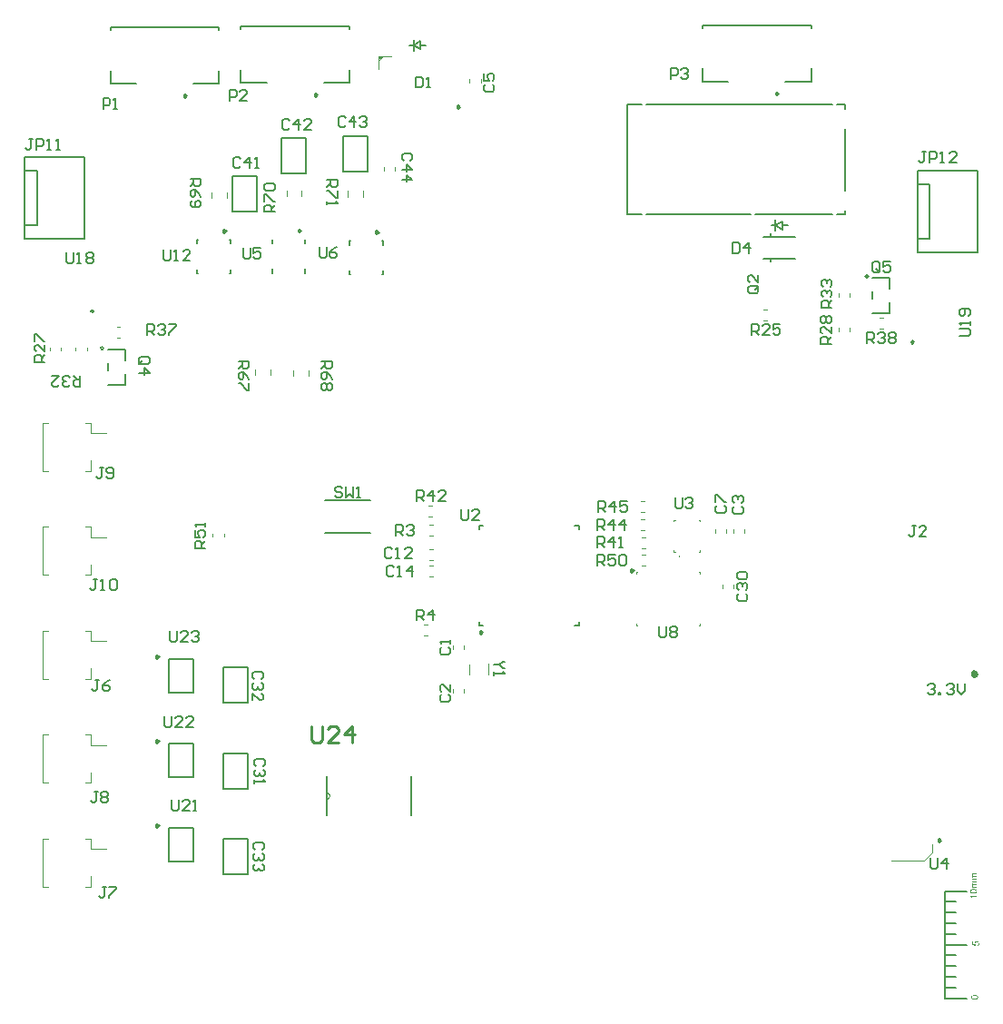
<source format=gto>
G04*
G04 #@! TF.GenerationSoftware,Altium Limited,Altium Designer,22.6.1 (34)*
G04*
G04 Layer_Color=65535*
%FSLAX25Y25*%
%MOIN*%
G70*
G04*
G04 #@! TF.SameCoordinates,44BA9B1E-1016-45A4-B772-E771DC22F3FE*
G04*
G04*
G04 #@! TF.FilePolarity,Positive*
G04*
G01*
G75*
%ADD10C,0.00984*%
%ADD11C,0.00000*%
%ADD12C,0.01968*%
%ADD13C,0.00394*%
%ADD14C,0.01000*%
%ADD15C,0.00800*%
%ADD16C,0.00600*%
%ADD17C,0.00787*%
%ADD18C,0.00472*%
%ADD19C,0.00500*%
%ADD20C,0.00591*%
%ADD21C,0.00602*%
%ADD22R,0.00787X0.01575*%
G36*
X1009751Y64105D02*
X1008605D01*
X1008601D01*
X1008597D01*
X1008575D01*
X1008543D01*
X1008503Y64102D01*
X1008459Y64098D01*
X1008415Y64094D01*
X1008372Y64087D01*
X1008339Y64076D01*
X1008335D01*
X1008324Y64069D01*
X1008310Y64062D01*
X1008292Y64051D01*
X1008270Y64036D01*
X1008248Y64018D01*
X1008226Y63996D01*
X1008204Y63967D01*
X1008200Y63963D01*
X1008197Y63952D01*
X1008190Y63938D01*
X1008179Y63912D01*
X1008168Y63887D01*
X1008160Y63854D01*
X1008157Y63821D01*
X1008153Y63781D01*
Y63763D01*
X1008157Y63749D01*
X1008160Y63712D01*
X1008168Y63669D01*
X1008186Y63618D01*
X1008208Y63563D01*
X1008241Y63508D01*
X1008284Y63457D01*
X1008292Y63454D01*
X1008310Y63439D01*
X1008339Y63417D01*
X1008383Y63396D01*
X1008441Y63370D01*
X1008510Y63352D01*
X1008594Y63337D01*
X1008692Y63330D01*
X1009751D01*
Y63021D01*
X1008568D01*
X1008564D01*
X1008557D01*
X1008550D01*
X1008535D01*
X1008495Y63017D01*
X1008452Y63010D01*
X1008401Y63002D01*
X1008350Y62988D01*
X1008302Y62970D01*
X1008259Y62944D01*
X1008255Y62941D01*
X1008241Y62930D01*
X1008226Y62911D01*
X1008204Y62886D01*
X1008186Y62853D01*
X1008168Y62809D01*
X1008157Y62758D01*
X1008153Y62697D01*
Y62675D01*
X1008157Y62649D01*
X1008160Y62620D01*
X1008171Y62584D01*
X1008182Y62540D01*
X1008200Y62500D01*
X1008222Y62456D01*
X1008226Y62453D01*
X1008237Y62438D01*
X1008251Y62420D01*
X1008273Y62394D01*
X1008302Y62369D01*
X1008339Y62344D01*
X1008379Y62318D01*
X1008426Y62296D01*
X1008433Y62293D01*
X1008452Y62289D01*
X1008481Y62282D01*
X1008521Y62271D01*
X1008575Y62260D01*
X1008641Y62253D01*
X1008717Y62249D01*
X1008805Y62245D01*
X1009751D01*
Y61936D01*
X1007924D01*
Y62213D01*
X1008186D01*
X1008179Y62216D01*
X1008164Y62227D01*
X1008139Y62249D01*
X1008109Y62274D01*
X1008073Y62307D01*
X1008037Y62347D01*
X1008000Y62391D01*
X1007967Y62442D01*
X1007964Y62449D01*
X1007953Y62467D01*
X1007942Y62496D01*
X1007924Y62537D01*
X1007909Y62584D01*
X1007898Y62638D01*
X1007887Y62700D01*
X1007884Y62766D01*
Y62799D01*
X1007887Y62839D01*
X1007895Y62882D01*
X1007906Y62937D01*
X1007920Y62991D01*
X1007942Y63046D01*
X1007971Y63097D01*
X1007975Y63104D01*
X1007986Y63119D01*
X1008004Y63141D01*
X1008033Y63170D01*
X1008066Y63199D01*
X1008106Y63232D01*
X1008153Y63261D01*
X1008208Y63283D01*
X1008204Y63286D01*
X1008193Y63294D01*
X1008179Y63305D01*
X1008157Y63323D01*
X1008131Y63345D01*
X1008106Y63370D01*
X1008077Y63399D01*
X1008044Y63436D01*
X1008015Y63476D01*
X1007986Y63516D01*
X1007960Y63563D01*
X1007935Y63614D01*
X1007913Y63669D01*
X1007898Y63727D01*
X1007887Y63785D01*
X1007884Y63850D01*
Y63876D01*
X1007887Y63894D01*
Y63920D01*
X1007891Y63945D01*
X1007902Y64007D01*
X1007920Y64073D01*
X1007949Y64142D01*
X1007986Y64211D01*
X1008037Y64269D01*
X1008044Y64276D01*
X1008066Y64291D01*
X1008099Y64316D01*
X1008124Y64327D01*
X1008150Y64342D01*
X1008182Y64356D01*
X1008215Y64367D01*
X1008251Y64382D01*
X1008295Y64393D01*
X1008339Y64400D01*
X1008390Y64407D01*
X1008441Y64415D01*
X1008499D01*
X1009751D01*
Y64105D01*
D02*
G37*
G36*
Y61172D02*
X1008605D01*
X1008601D01*
X1008597D01*
X1008575D01*
X1008543D01*
X1008503Y61168D01*
X1008459Y61164D01*
X1008415Y61161D01*
X1008372Y61153D01*
X1008339Y61142D01*
X1008335D01*
X1008324Y61135D01*
X1008310Y61128D01*
X1008292Y61117D01*
X1008270Y61102D01*
X1008248Y61084D01*
X1008226Y61062D01*
X1008204Y61033D01*
X1008200Y61029D01*
X1008197Y61019D01*
X1008190Y61004D01*
X1008179Y60979D01*
X1008168Y60953D01*
X1008160Y60920D01*
X1008157Y60888D01*
X1008153Y60848D01*
Y60829D01*
X1008157Y60815D01*
X1008160Y60778D01*
X1008168Y60735D01*
X1008186Y60684D01*
X1008208Y60629D01*
X1008241Y60575D01*
X1008284Y60524D01*
X1008292Y60520D01*
X1008310Y60505D01*
X1008339Y60483D01*
X1008383Y60462D01*
X1008441Y60436D01*
X1008510Y60418D01*
X1008594Y60403D01*
X1008692Y60396D01*
X1009751D01*
Y60087D01*
X1008568D01*
X1008564D01*
X1008557D01*
X1008550D01*
X1008535D01*
X1008495Y60083D01*
X1008452Y60076D01*
X1008401Y60069D01*
X1008350Y60054D01*
X1008302Y60036D01*
X1008259Y60010D01*
X1008255Y60007D01*
X1008241Y59996D01*
X1008226Y59978D01*
X1008204Y59952D01*
X1008186Y59919D01*
X1008168Y59876D01*
X1008157Y59825D01*
X1008153Y59763D01*
Y59741D01*
X1008157Y59715D01*
X1008160Y59686D01*
X1008171Y59650D01*
X1008182Y59606D01*
X1008200Y59566D01*
X1008222Y59523D01*
X1008226Y59519D01*
X1008237Y59504D01*
X1008251Y59486D01*
X1008273Y59461D01*
X1008302Y59435D01*
X1008339Y59410D01*
X1008379Y59384D01*
X1008426Y59362D01*
X1008433Y59359D01*
X1008452Y59355D01*
X1008481Y59348D01*
X1008521Y59337D01*
X1008575Y59326D01*
X1008641Y59319D01*
X1008717Y59315D01*
X1008805Y59311D01*
X1009751D01*
Y59002D01*
X1007924D01*
Y59279D01*
X1008186D01*
X1008179Y59282D01*
X1008164Y59293D01*
X1008139Y59315D01*
X1008109Y59341D01*
X1008073Y59373D01*
X1008037Y59413D01*
X1008000Y59457D01*
X1007967Y59508D01*
X1007964Y59515D01*
X1007953Y59534D01*
X1007942Y59563D01*
X1007924Y59603D01*
X1007909Y59650D01*
X1007898Y59705D01*
X1007887Y59766D01*
X1007884Y59832D01*
Y59865D01*
X1007887Y59905D01*
X1007895Y59948D01*
X1007906Y60003D01*
X1007920Y60058D01*
X1007942Y60112D01*
X1007971Y60163D01*
X1007975Y60171D01*
X1007986Y60185D01*
X1008004Y60207D01*
X1008033Y60236D01*
X1008066Y60265D01*
X1008106Y60298D01*
X1008153Y60327D01*
X1008208Y60349D01*
X1008204Y60352D01*
X1008193Y60360D01*
X1008179Y60371D01*
X1008157Y60389D01*
X1008131Y60411D01*
X1008106Y60436D01*
X1008077Y60465D01*
X1008044Y60502D01*
X1008015Y60542D01*
X1007986Y60582D01*
X1007960Y60629D01*
X1007935Y60680D01*
X1007913Y60735D01*
X1007898Y60793D01*
X1007887Y60851D01*
X1007884Y60917D01*
Y60942D01*
X1007887Y60960D01*
Y60986D01*
X1007891Y61011D01*
X1007902Y61073D01*
X1007920Y61139D01*
X1007949Y61208D01*
X1007986Y61277D01*
X1008037Y61335D01*
X1008044Y61343D01*
X1008066Y61357D01*
X1008099Y61383D01*
X1008124Y61393D01*
X1008150Y61408D01*
X1008182Y61423D01*
X1008215Y61434D01*
X1008251Y61448D01*
X1008295Y61459D01*
X1008339Y61466D01*
X1008390Y61474D01*
X1008441Y61481D01*
X1008499D01*
X1009751D01*
Y61172D01*
D02*
G37*
G36*
X1008623Y58602D02*
X1008666D01*
X1008714Y58598D01*
X1008765Y58594D01*
X1008881Y58583D01*
X1009001Y58565D01*
X1009118Y58543D01*
X1009172Y58529D01*
X1009227Y58511D01*
X1009231D01*
X1009238Y58507D01*
X1009252Y58500D01*
X1009271Y58492D01*
X1009296Y58485D01*
X1009322Y58471D01*
X1009383Y58442D01*
X1009449Y58405D01*
X1009522Y58358D01*
X1009587Y58303D01*
X1009649Y58238D01*
Y58234D01*
X1009657Y58230D01*
X1009664Y58219D01*
X1009671Y58205D01*
X1009682Y58187D01*
X1009696Y58169D01*
X1009722Y58114D01*
X1009748Y58048D01*
X1009773Y57972D01*
X1009787Y57881D01*
X1009795Y57783D01*
Y57746D01*
X1009791Y57721D01*
X1009787Y57692D01*
X1009780Y57655D01*
X1009773Y57615D01*
X1009762Y57572D01*
X1009748Y57528D01*
X1009733Y57481D01*
X1009711Y57433D01*
X1009686Y57386D01*
X1009657Y57339D01*
X1009620Y57291D01*
X1009580Y57248D01*
X1009536Y57208D01*
X1009533Y57204D01*
X1009522Y57197D01*
X1009504Y57186D01*
X1009474Y57168D01*
X1009442Y57149D01*
X1009398Y57131D01*
X1009347Y57106D01*
X1009289Y57084D01*
X1009223Y57062D01*
X1009147Y57040D01*
X1009063Y57018D01*
X1008969Y57000D01*
X1008867Y56982D01*
X1008757Y56971D01*
X1008637Y56964D01*
X1008510Y56960D01*
X1008506D01*
X1008492D01*
X1008466D01*
X1008437D01*
X1008397Y56964D01*
X1008353D01*
X1008306Y56967D01*
X1008251Y56971D01*
X1008139Y56982D01*
X1008018Y57000D01*
X1007898Y57022D01*
X1007844Y57036D01*
X1007789Y57051D01*
X1007786D01*
X1007778Y57055D01*
X1007764Y57062D01*
X1007745Y57069D01*
X1007720Y57077D01*
X1007695Y57091D01*
X1007633Y57120D01*
X1007567Y57157D01*
X1007498Y57204D01*
X1007429Y57258D01*
X1007371Y57324D01*
Y57328D01*
X1007363Y57331D01*
X1007356Y57342D01*
X1007349Y57357D01*
X1007334Y57375D01*
X1007323Y57397D01*
X1007294Y57451D01*
X1007269Y57517D01*
X1007243Y57593D01*
X1007229Y57684D01*
X1007221Y57783D01*
Y57815D01*
X1007225Y57855D01*
X1007232Y57903D01*
X1007243Y57957D01*
X1007258Y58016D01*
X1007276Y58078D01*
X1007305Y58136D01*
Y58139D01*
X1007309Y58143D01*
X1007320Y58161D01*
X1007338Y58190D01*
X1007363Y58227D01*
X1007400Y58267D01*
X1007440Y58310D01*
X1007487Y58350D01*
X1007542Y58390D01*
X1007549Y58394D01*
X1007567Y58409D01*
X1007600Y58423D01*
X1007647Y58449D01*
X1007702Y58471D01*
X1007764Y58500D01*
X1007837Y58525D01*
X1007917Y58547D01*
X1007920D01*
X1007928Y58551D01*
X1007938Y58554D01*
X1007957Y58558D01*
X1007978Y58562D01*
X1008004Y58565D01*
X1008037Y58573D01*
X1008073Y58576D01*
X1008113Y58583D01*
X1008157Y58587D01*
X1008208Y58591D01*
X1008259Y58598D01*
X1008317Y58602D01*
X1008375D01*
X1008441Y58605D01*
X1008510D01*
X1008514D01*
X1008528D01*
X1008554D01*
X1008583D01*
X1008623Y58602D01*
D02*
G37*
G36*
X1009751Y55857D02*
X1007782D01*
X1007786Y55853D01*
X1007800Y55835D01*
X1007822Y55813D01*
X1007847Y55777D01*
X1007880Y55737D01*
X1007917Y55686D01*
X1007957Y55628D01*
X1007997Y55562D01*
Y55559D01*
X1008000Y55555D01*
X1008015Y55533D01*
X1008033Y55497D01*
X1008055Y55453D01*
X1008080Y55402D01*
X1008106Y55348D01*
X1008131Y55293D01*
X1008153Y55238D01*
X1007855D01*
Y55242D01*
X1007847Y55249D01*
X1007844Y55264D01*
X1007833Y55282D01*
X1007822Y55304D01*
X1007807Y55329D01*
X1007771Y55391D01*
X1007731Y55464D01*
X1007680Y55537D01*
X1007622Y55613D01*
X1007560Y55690D01*
X1007556Y55693D01*
X1007553Y55697D01*
X1007542Y55708D01*
X1007531Y55722D01*
X1007494Y55755D01*
X1007451Y55799D01*
X1007400Y55843D01*
X1007341Y55890D01*
X1007283Y55930D01*
X1007221Y55966D01*
Y56166D01*
X1009751D01*
Y55857D01*
D02*
G37*
G36*
X1009013Y19667D02*
X1009056D01*
X1009104Y19663D01*
X1009155Y19659D01*
X1009271Y19648D01*
X1009391Y19630D01*
X1009508Y19608D01*
X1009562Y19594D01*
X1009617Y19576D01*
X1009621D01*
X1009628Y19572D01*
X1009642Y19565D01*
X1009661Y19557D01*
X1009686Y19550D01*
X1009712Y19536D01*
X1009774Y19507D01*
X1009839Y19470D01*
X1009912Y19423D01*
X1009977Y19368D01*
X1010039Y19303D01*
Y19299D01*
X1010046Y19295D01*
X1010054Y19284D01*
X1010061Y19270D01*
X1010072Y19252D01*
X1010087Y19233D01*
X1010112Y19179D01*
X1010137Y19113D01*
X1010163Y19037D01*
X1010178Y18946D01*
X1010185Y18848D01*
Y18811D01*
X1010181Y18786D01*
X1010178Y18757D01*
X1010170Y18720D01*
X1010163Y18680D01*
X1010152Y18636D01*
X1010137Y18593D01*
X1010123Y18545D01*
X1010101Y18498D01*
X1010076Y18451D01*
X1010046Y18404D01*
X1010010Y18356D01*
X1009970Y18313D01*
X1009926Y18272D01*
X1009923Y18269D01*
X1009912Y18262D01*
X1009894Y18251D01*
X1009865Y18233D01*
X1009832Y18214D01*
X1009788Y18196D01*
X1009737Y18171D01*
X1009679Y18149D01*
X1009613Y18127D01*
X1009537Y18105D01*
X1009453Y18083D01*
X1009359Y18065D01*
X1009257Y18047D01*
X1009147Y18036D01*
X1009027Y18029D01*
X1008900Y18025D01*
X1008896D01*
X1008882D01*
X1008856D01*
X1008827D01*
X1008787Y18029D01*
X1008743D01*
X1008696Y18032D01*
X1008641Y18036D01*
X1008529Y18047D01*
X1008409Y18065D01*
X1008288Y18087D01*
X1008234Y18101D01*
X1008179Y18116D01*
X1008175D01*
X1008168Y18120D01*
X1008154Y18127D01*
X1008136Y18134D01*
X1008110Y18142D01*
X1008084Y18156D01*
X1008023Y18185D01*
X1007957Y18222D01*
X1007888Y18269D01*
X1007819Y18324D01*
X1007761Y18389D01*
Y18393D01*
X1007753Y18396D01*
X1007746Y18407D01*
X1007739Y18422D01*
X1007724Y18440D01*
X1007713Y18462D01*
X1007684Y18516D01*
X1007659Y18582D01*
X1007633Y18658D01*
X1007619Y18749D01*
X1007611Y18848D01*
Y18880D01*
X1007615Y18920D01*
X1007622Y18968D01*
X1007633Y19022D01*
X1007648Y19081D01*
X1007666Y19142D01*
X1007695Y19201D01*
Y19204D01*
X1007699Y19208D01*
X1007710Y19226D01*
X1007728Y19255D01*
X1007753Y19292D01*
X1007790Y19332D01*
X1007830Y19375D01*
X1007877Y19415D01*
X1007932Y19455D01*
X1007939Y19459D01*
X1007957Y19474D01*
X1007990Y19488D01*
X1008037Y19514D01*
X1008092Y19536D01*
X1008154Y19565D01*
X1008226Y19590D01*
X1008307Y19612D01*
X1008310D01*
X1008317Y19616D01*
X1008328Y19619D01*
X1008347Y19623D01*
X1008368Y19627D01*
X1008394Y19630D01*
X1008427Y19637D01*
X1008463Y19641D01*
X1008503Y19648D01*
X1008547Y19652D01*
X1008598Y19656D01*
X1008649Y19663D01*
X1008707Y19667D01*
X1008765D01*
X1008831Y19670D01*
X1008900D01*
X1008904D01*
X1008918D01*
X1008944D01*
X1008973D01*
X1009013Y19667D01*
D02*
G37*
G36*
X1009737Y39427D02*
X1009766Y39423D01*
X1009799Y39419D01*
X1009839Y39412D01*
X1009879Y39405D01*
X1009973Y39383D01*
X1010072Y39347D01*
X1010122Y39325D01*
X1010170Y39296D01*
X1010221Y39266D01*
X1010268Y39230D01*
X1010272Y39226D01*
X1010283Y39219D01*
X1010297Y39205D01*
X1010315Y39186D01*
X1010337Y39161D01*
X1010366Y39132D01*
X1010392Y39096D01*
X1010421Y39055D01*
X1010450Y39012D01*
X1010476Y38961D01*
X1010501Y38906D01*
X1010527Y38848D01*
X1010545Y38786D01*
X1010559Y38717D01*
X1010570Y38644D01*
X1010574Y38568D01*
Y38535D01*
X1010570Y38509D01*
X1010567Y38480D01*
X1010563Y38447D01*
X1010559Y38407D01*
X1010548Y38368D01*
X1010527Y38276D01*
X1010494Y38186D01*
X1010472Y38138D01*
X1010446Y38091D01*
X1010417Y38047D01*
X1010385Y38004D01*
X1010381Y38000D01*
X1010377Y37993D01*
X1010363Y37985D01*
X1010348Y37971D01*
X1010330Y37953D01*
X1010308Y37934D01*
X1010279Y37912D01*
X1010246Y37894D01*
X1010213Y37872D01*
X1010174Y37851D01*
X1010086Y37811D01*
X1009984Y37778D01*
X1009930Y37767D01*
X1009871Y37760D01*
X1009846Y38083D01*
X1009849D01*
X1009857D01*
X1009868Y38087D01*
X1009886Y38091D01*
X1009926Y38102D01*
X1009981Y38116D01*
X1010035Y38138D01*
X1010097Y38167D01*
X1010152Y38204D01*
X1010203Y38247D01*
X1010206Y38255D01*
X1010221Y38269D01*
X1010239Y38298D01*
X1010261Y38338D01*
X1010283Y38382D01*
X1010301Y38437D01*
X1010315Y38498D01*
X1010319Y38568D01*
Y38590D01*
X1010315Y38604D01*
X1010312Y38648D01*
X1010297Y38699D01*
X1010279Y38761D01*
X1010250Y38822D01*
X1010206Y38888D01*
X1010181Y38917D01*
X1010152Y38946D01*
X1010148Y38950D01*
X1010144Y38954D01*
X1010133Y38961D01*
X1010122Y38972D01*
X1010083Y38997D01*
X1010032Y39026D01*
X1009970Y39052D01*
X1009893Y39077D01*
X1009802Y39096D01*
X1009755Y39103D01*
X1009704D01*
X1009700D01*
X1009693D01*
X1009678D01*
X1009660Y39099D01*
X1009638D01*
X1009613Y39096D01*
X1009555Y39085D01*
X1009486Y39066D01*
X1009416Y39041D01*
X1009351Y39004D01*
X1009289Y38954D01*
X1009285D01*
X1009282Y38946D01*
X1009264Y38928D01*
X1009238Y38895D01*
X1009209Y38852D01*
X1009183Y38793D01*
X1009158Y38728D01*
X1009140Y38651D01*
X1009132Y38608D01*
Y38539D01*
X1009136Y38509D01*
X1009140Y38473D01*
X1009151Y38429D01*
X1009162Y38386D01*
X1009180Y38338D01*
X1009202Y38291D01*
X1009205Y38287D01*
X1009212Y38273D01*
X1009231Y38251D01*
X1009249Y38222D01*
X1009274Y38193D01*
X1009307Y38164D01*
X1009340Y38131D01*
X1009380Y38105D01*
X1009340Y37814D01*
X1008044Y38058D01*
Y39310D01*
X1008339D01*
Y38302D01*
X1009020Y38167D01*
X1009016Y38171D01*
X1009012Y38178D01*
X1009005Y38189D01*
X1008994Y38207D01*
X1008983Y38229D01*
X1008969Y38255D01*
X1008939Y38313D01*
X1008910Y38386D01*
X1008885Y38466D01*
X1008867Y38553D01*
X1008859Y38597D01*
Y38677D01*
X1008863Y38699D01*
X1008867Y38728D01*
X1008870Y38761D01*
X1008878Y38797D01*
X1008889Y38837D01*
X1008914Y38924D01*
X1008932Y38972D01*
X1008958Y39019D01*
X1008983Y39066D01*
X1009012Y39114D01*
X1009049Y39157D01*
X1009089Y39201D01*
X1009092Y39205D01*
X1009100Y39212D01*
X1009111Y39223D01*
X1009129Y39237D01*
X1009154Y39256D01*
X1009180Y39274D01*
X1009212Y39296D01*
X1009249Y39318D01*
X1009289Y39336D01*
X1009333Y39358D01*
X1009384Y39376D01*
X1009435Y39394D01*
X1009489Y39408D01*
X1009551Y39419D01*
X1009613Y39427D01*
X1009678Y39430D01*
X1009682D01*
X1009693D01*
X1009711D01*
X1009737Y39427D01*
D02*
G37*
%LPC*%
G36*
X1008623Y58289D02*
X1008510D01*
X1008506D01*
X1008503D01*
X1008484D01*
X1008452D01*
X1008408Y58285D01*
X1008361D01*
X1008302Y58281D01*
X1008241Y58278D01*
X1008171Y58270D01*
X1008033Y58252D01*
X1007964Y58241D01*
X1007898Y58227D01*
X1007837Y58212D01*
X1007778Y58190D01*
X1007727Y58169D01*
X1007684Y58143D01*
X1007680D01*
X1007676Y58136D01*
X1007665Y58128D01*
X1007651Y58118D01*
X1007618Y58085D01*
X1007578Y58045D01*
X1007542Y57990D01*
X1007509Y57928D01*
X1007494Y57895D01*
X1007483Y57859D01*
X1007480Y57819D01*
X1007476Y57779D01*
Y57757D01*
X1007480Y57743D01*
X1007487Y57703D01*
X1007498Y57655D01*
X1007520Y57601D01*
X1007553Y57542D01*
X1007574Y57513D01*
X1007596Y57484D01*
X1007625Y57459D01*
X1007658Y57433D01*
X1007662D01*
X1007669Y57426D01*
X1007684Y57419D01*
X1007702Y57408D01*
X1007731Y57397D01*
X1007764Y57382D01*
X1007804Y57371D01*
X1007851Y57357D01*
X1007906Y57342D01*
X1007967Y57328D01*
X1008037Y57313D01*
X1008113Y57302D01*
X1008200Y57291D01*
X1008295Y57284D01*
X1008397Y57280D01*
X1008510Y57277D01*
X1008517D01*
X1008535D01*
X1008568D01*
X1008612Y57280D01*
X1008659D01*
X1008717Y57284D01*
X1008779Y57288D01*
X1008845Y57295D01*
X1008987Y57313D01*
X1009056Y57324D01*
X1009121Y57339D01*
X1009183Y57353D01*
X1009241Y57375D01*
X1009293Y57397D01*
X1009336Y57422D01*
X1009340D01*
X1009343Y57430D01*
X1009369Y57448D01*
X1009402Y57481D01*
X1009438Y57521D01*
X1009474Y57575D01*
X1009507Y57637D01*
X1009533Y57706D01*
X1009536Y57743D01*
X1009540Y57783D01*
Y57805D01*
X1009536Y57819D01*
X1009529Y57855D01*
X1009515Y57906D01*
X1009489Y57961D01*
X1009453Y58023D01*
X1009431Y58052D01*
X1009402Y58081D01*
X1009373Y58110D01*
X1009336Y58139D01*
X1009332D01*
X1009325Y58147D01*
X1009314Y58154D01*
X1009296Y58161D01*
X1009271Y58176D01*
X1009238Y58187D01*
X1009202Y58201D01*
X1009158Y58216D01*
X1009103Y58227D01*
X1009045Y58241D01*
X1008976Y58256D01*
X1008903Y58267D01*
X1008816Y58274D01*
X1008725Y58281D01*
X1008623Y58289D01*
D02*
G37*
G36*
X1009013Y19354D02*
X1008900D01*
X1008896D01*
X1008893D01*
X1008874D01*
X1008842D01*
X1008798Y19350D01*
X1008751D01*
X1008692Y19346D01*
X1008630Y19343D01*
X1008561Y19335D01*
X1008423Y19317D01*
X1008354Y19306D01*
X1008288Y19292D01*
X1008226Y19277D01*
X1008168Y19255D01*
X1008117Y19233D01*
X1008074Y19208D01*
X1008070D01*
X1008066Y19201D01*
X1008055Y19193D01*
X1008041Y19183D01*
X1008008Y19150D01*
X1007968Y19110D01*
X1007932Y19055D01*
X1007899Y18993D01*
X1007884Y18960D01*
X1007873Y18924D01*
X1007870Y18884D01*
X1007866Y18844D01*
Y18822D01*
X1007870Y18808D01*
X1007877Y18767D01*
X1007888Y18720D01*
X1007910Y18666D01*
X1007943Y18607D01*
X1007964Y18578D01*
X1007986Y18549D01*
X1008015Y18524D01*
X1008048Y18498D01*
X1008052D01*
X1008059Y18491D01*
X1008074Y18484D01*
X1008092Y18473D01*
X1008121Y18462D01*
X1008154Y18447D01*
X1008194Y18436D01*
X1008241Y18422D01*
X1008296Y18407D01*
X1008358Y18393D01*
X1008427Y18378D01*
X1008503Y18367D01*
X1008591Y18356D01*
X1008685Y18349D01*
X1008787Y18345D01*
X1008900Y18342D01*
X1008907D01*
X1008925D01*
X1008958D01*
X1009002Y18345D01*
X1009049D01*
X1009107Y18349D01*
X1009169Y18353D01*
X1009235Y18360D01*
X1009377Y18378D01*
X1009446Y18389D01*
X1009511Y18404D01*
X1009573Y18418D01*
X1009632Y18440D01*
X1009682Y18462D01*
X1009726Y18487D01*
X1009730D01*
X1009733Y18495D01*
X1009759Y18513D01*
X1009792Y18545D01*
X1009828Y18586D01*
X1009865Y18640D01*
X1009897Y18702D01*
X1009923Y18771D01*
X1009926Y18808D01*
X1009930Y18848D01*
Y18869D01*
X1009926Y18884D01*
X1009919Y18920D01*
X1009904Y18971D01*
X1009879Y19026D01*
X1009843Y19088D01*
X1009821Y19117D01*
X1009792Y19146D01*
X1009763Y19175D01*
X1009726Y19204D01*
X1009723D01*
X1009715Y19212D01*
X1009704Y19219D01*
X1009686Y19226D01*
X1009661Y19241D01*
X1009628Y19252D01*
X1009591Y19266D01*
X1009548Y19281D01*
X1009493Y19292D01*
X1009435Y19306D01*
X1009366Y19321D01*
X1009293Y19332D01*
X1009206Y19339D01*
X1009115Y19346D01*
X1009013Y19354D01*
D02*
G37*
%LPD*%
D10*
X709232Y143988D02*
X708494Y144414D01*
Y143562D01*
X709232Y143988D01*
Y81988D02*
X708494Y82414D01*
Y81562D01*
X709232Y81988D01*
Y112988D02*
X708494Y113414D01*
Y112562D01*
X709232Y112988D01*
X996492Y76500D02*
X995754Y76926D01*
Y76074D01*
X996492Y76500D01*
X883562Y175594D02*
X882824Y176020D01*
Y175167D01*
X883562Y175594D01*
X827989Y152960D02*
X827251Y153386D01*
Y152534D01*
X827989Y152960D01*
X936756Y350684D02*
X936018Y351110D01*
Y350258D01*
X936756Y350684D01*
X789910Y299850D02*
X789171Y300277D01*
Y299424D01*
X789910Y299850D01*
X761410Y300350D02*
X760671Y300777D01*
Y299924D01*
X761410Y300350D01*
X733878Y300287D02*
X733140Y300714D01*
Y299861D01*
X733878Y300287D01*
X719374Y349975D02*
X718636Y350401D01*
Y349549D01*
X719374Y349975D01*
X767295Y350267D02*
X766557Y350693D01*
Y349840D01*
X767295Y350267D01*
D11*
X770900Y91800D02*
X771748Y92151D01*
X772100Y93000D01*
X771748Y93849D01*
X770900Y94200D01*
D12*
X1009500Y137500D02*
X1008750Y137933D01*
Y137067D01*
X1009500Y137500D01*
D13*
X900261Y181216D02*
Y180822D01*
Y181216D01*
X993500Y72000D02*
Y75000D01*
X990500Y69000D02*
X993500Y72000D01*
X978500Y69000D02*
X990500D01*
X898293Y193617D02*
Y194208D01*
X898883D01*
X898293Y182397D02*
X898883D01*
X898293D02*
Y182987D01*
X908135Y182397D02*
Y182987D01*
X907545Y182397D02*
X908135D01*
X907545Y194208D02*
X908135D01*
Y193617D02*
Y194208D01*
X884547Y155397D02*
X884550Y155987D01*
X884547Y155397D02*
X885137Y155393D01*
X907578Y155400D02*
X908169Y155397D01*
X908172Y155987D01*
X908165Y174491D02*
X908169Y175082D01*
X907578Y175085D02*
X908169Y175082D01*
X884547D02*
X885137Y175078D01*
X884543Y174491D02*
X884547Y175082D01*
D14*
X819714Y345826D02*
X818964Y346259D01*
Y345393D01*
X819714Y345826D01*
X765300Y118298D02*
Y113300D01*
X766300Y112300D01*
X768299D01*
X769299Y113300D01*
Y118298D01*
X775297Y112300D02*
X771298D01*
X775297Y116299D01*
Y117298D01*
X774297Y118298D01*
X772298D01*
X771298Y117298D01*
X780295Y112300D02*
Y118298D01*
X777296Y115299D01*
X781295D01*
D15*
X685465Y270900D02*
X684900Y271465D01*
X684335Y270900D01*
X684900Y270335D01*
X685465Y270900D01*
X986679Y259426D02*
X986114Y259991D01*
X985548Y259426D01*
X986114Y258861D01*
X986679Y259426D01*
X770446Y201331D02*
X786981D01*
X770446Y189321D02*
X786981D01*
D16*
X969298Y284123D02*
X968798Y283623D01*
X969298Y283123D01*
X969398D02*
X969848Y283673D01*
X969298Y284123D01*
X688590Y256785D02*
X689040Y257335D01*
X688490Y257785D01*
X687990Y257285D01*
X688490Y256785D01*
X802100Y85800D02*
Y100200D01*
X770900Y94200D02*
Y100200D01*
Y91800D02*
Y94200D01*
Y85800D02*
Y91800D01*
X971400Y275337D02*
Y277937D01*
Y270237D02*
X977800D01*
Y274237D01*
X971400Y283037D02*
X977800D01*
Y279037D02*
Y283037D01*
X961200Y306300D02*
Y307800D01*
X958300Y346700D02*
X961200D01*
X881500Y306300D02*
Y346700D01*
Y306300D02*
X886700D01*
X888300D02*
X926700D01*
X928300D02*
X956700D01*
X961200Y315200D02*
Y337800D01*
X958300Y306300D02*
X961200D01*
X888300Y346700D02*
X956700D01*
X961200Y345200D02*
Y346700D01*
X881500D02*
X886700D01*
X696992Y252698D02*
Y256698D01*
X690592D02*
X696992D01*
Y243898D02*
Y247898D01*
X690592Y243898D02*
X696992D01*
X690592Y248998D02*
Y251598D01*
D17*
X742000Y64000D02*
Y77000D01*
X733000Y64000D02*
X742000D01*
X738066Y77000D02*
X742000D01*
X733000D02*
X738066D01*
X733000Y64000D02*
Y77000D01*
X712972Y130898D02*
Y143102D01*
X722028Y130898D02*
Y143102D01*
X712972D02*
X722028D01*
X712972Y130898D02*
X722028D01*
X712972Y68898D02*
Y81102D01*
X722028Y68898D02*
Y81102D01*
X712972D02*
X722028D01*
X712972Y68898D02*
X722028D01*
X712972Y99898D02*
X722028D01*
X712972Y112102D02*
X722028D01*
Y99898D02*
Y112102D01*
X712972Y99898D02*
Y112102D01*
X733000Y95500D02*
Y108500D01*
X738066D01*
X742000D01*
X733000Y95500D02*
X742000D01*
Y108500D01*
X826907Y155519D02*
X828285D01*
X826907D02*
Y156897D01*
Y190755D02*
Y192133D01*
X828285D01*
X862143D02*
X863521D01*
Y190755D02*
Y192133D01*
X862143Y155519D02*
X863521D01*
Y156897D01*
X777000Y322000D02*
Y335000D01*
X786000D01*
X777000Y322000D02*
X780934D01*
X786000D01*
Y335000D01*
X908902Y374898D02*
Y375685D01*
X948862Y374898D02*
Y375685D01*
X908902Y355212D02*
Y359937D01*
X948862Y355212D02*
Y359937D01*
X939413Y355212D02*
X948862D01*
X908902D02*
X918351D01*
X908902Y375685D02*
X948862D01*
X791386Y296602D02*
X791602D01*
X779398D02*
X779614D01*
X779398Y284398D02*
Y285776D01*
Y295224D02*
Y296602D01*
X791386Y284398D02*
X791602D01*
X779398D02*
X779614D01*
X791602D02*
Y285776D01*
Y295224D02*
Y296602D01*
X733000Y127055D02*
Y140055D01*
X738066D01*
X742000D01*
X733000Y127055D02*
X742000D01*
Y140055D01*
X736500Y307500D02*
Y320500D01*
X741566D01*
X745500D01*
X736500Y307500D02*
X745500D01*
Y320500D01*
X754500Y321500D02*
Y334500D01*
X763500D01*
X754500Y321500D02*
X758434D01*
X763500D01*
Y334500D01*
X763102Y295724D02*
Y297102D01*
Y284898D02*
Y286276D01*
X750898Y284898D02*
X751114D01*
X762886D02*
X763102D01*
X750898Y295724D02*
Y297102D01*
Y284898D02*
Y286276D01*
Y297102D02*
X751114D01*
X762886D02*
X763102D01*
X735571Y295661D02*
Y297039D01*
Y284835D02*
Y286213D01*
X723366Y284835D02*
X723583D01*
X735354D02*
X735571D01*
X723366Y295661D02*
Y297039D01*
Y284835D02*
Y286213D01*
Y297039D02*
X723583D01*
X735354D02*
X735571D01*
X691520Y374976D02*
X731480D01*
X691520Y354504D02*
X700969D01*
X722031D02*
X731480D01*
Y359228D01*
X691520Y354504D02*
Y359228D01*
X731480Y374189D02*
Y374976D01*
X691520Y374189D02*
Y374976D01*
X739441Y375268D02*
X779402D01*
X739441Y354795D02*
X748890D01*
X769953D02*
X779402D01*
Y359520D01*
X739441Y354795D02*
Y359520D01*
X779402Y374480D02*
Y375268D01*
X739441Y374480D02*
Y375268D01*
D18*
X682461Y229799D02*
X684232D01*
Y226059D02*
Y229799D01*
Y226059D02*
X690098D01*
X682461Y212201D02*
X684232D01*
Y215941D01*
X666831Y229799D02*
X668602D01*
X666831Y212201D02*
Y229799D01*
Y212201D02*
X668602D01*
X830326Y137349D02*
Y141286D01*
X823326Y137286D02*
Y141223D01*
X790159Y359759D02*
Y364287D01*
X794686D01*
X790159Y362633D02*
X791812Y364287D01*
X790198Y363224D02*
X791261Y364287D01*
X790198Y363814D02*
X790670Y364287D01*
X963008Y263359D02*
Y264641D01*
X958992Y263359D02*
Y264641D01*
X917672Y189322D02*
Y190604D01*
X913656Y189322D02*
Y190604D01*
X791992Y322462D02*
Y323744D01*
X796008Y322462D02*
Y323744D01*
X778673Y312853D02*
Y314910D01*
X784264Y312853D02*
Y314910D01*
X666831Y174029D02*
X668602D01*
X666831D02*
Y191627D01*
X668602D01*
X684232Y174029D02*
Y177769D01*
X682461Y174029D02*
X684232D01*
Y187887D02*
X690098D01*
X684232D02*
Y191627D01*
X682461D02*
X684232D01*
X886359Y201008D02*
X887641D01*
X886359Y196992D02*
X887641D01*
X758673Y246972D02*
Y249028D01*
X764264Y246972D02*
Y249028D01*
X744673Y247471D02*
Y249529D01*
X750264Y247471D02*
Y249529D01*
X761795Y312916D02*
Y314973D01*
X756205Y312916D02*
Y314973D01*
X734295Y312472D02*
Y314528D01*
X728705Y312472D02*
Y314528D01*
X886573Y187810D02*
X887855D01*
X886573Y183794D02*
X887855D01*
X827508Y354737D02*
Y356019D01*
X823492Y354737D02*
Y356019D01*
X733181Y187941D02*
Y189223D01*
X729165Y187941D02*
Y189223D01*
X886573Y181310D02*
X887855D01*
X886573Y177294D02*
X887855D01*
X808334Y199497D02*
X809616D01*
X808334Y195481D02*
X809616D01*
X886459Y190294D02*
X887741D01*
X886459Y194310D02*
X887741D01*
X916206Y168972D02*
Y170254D01*
X920222Y168972D02*
Y170254D01*
X920316Y189338D02*
Y190620D01*
X924332Y189338D02*
Y190620D01*
X806573Y155834D02*
X807855D01*
X806573Y151818D02*
X807855D01*
X808573Y188318D02*
X809855D01*
X808573Y192334D02*
X809855D01*
X808573Y177334D02*
X809855D01*
X808573Y173318D02*
X809855D01*
X808573Y179318D02*
X809855D01*
X808573Y183334D02*
X809855D01*
X817318Y130645D02*
Y131927D01*
X821334Y130645D02*
Y131927D01*
Y146645D02*
Y147927D01*
X817318Y146645D02*
Y147927D01*
X931367Y271396D02*
X932649D01*
X931367Y267380D02*
X932649D01*
X693859Y265008D02*
X695141D01*
X693859Y260992D02*
X695141D01*
X974073Y264318D02*
X975355D01*
X974073Y268334D02*
X975355D01*
X959092Y275996D02*
Y277277D01*
X963108Y275996D02*
Y277277D01*
X682850Y256263D02*
Y257545D01*
X678834Y256263D02*
Y257545D01*
X669234Y256263D02*
Y257545D01*
X673250Y256263D02*
Y257545D01*
X682461Y153455D02*
X684232D01*
Y149715D02*
Y153455D01*
Y149715D02*
X690098D01*
X682461Y135857D02*
X684232D01*
Y139597D01*
X666831Y153455D02*
X668602D01*
X666831Y135857D02*
Y153455D01*
Y135857D02*
X668602D01*
X682461Y77111D02*
X684232D01*
Y73371D02*
Y77111D01*
Y73371D02*
X690098D01*
X682461Y59513D02*
X684232D01*
Y63253D01*
X666831Y77111D02*
X668602D01*
X666831Y59513D02*
Y77111D01*
Y59513D02*
X668602D01*
X682461Y115283D02*
X684232D01*
Y111543D02*
Y115283D01*
Y111543D02*
X690098D01*
X682461Y97685D02*
X684232D01*
Y101425D01*
X666831Y115283D02*
X668602D01*
X666831Y97685D02*
Y115283D01*
Y97685D02*
X668602D01*
D19*
X660030Y302370D02*
X664530D01*
Y322370D01*
X660030D02*
X664530D01*
X660030D02*
Y327370D01*
Y302370D02*
Y322370D01*
Y297370D02*
Y302370D01*
X682030Y297370D02*
Y327370D01*
X660030Y297370D02*
X682030D01*
X660030Y327370D02*
X682030D01*
X988000Y322500D02*
X1010000D01*
X988000Y292500D02*
X1010000D01*
Y322500D01*
X988000Y292500D02*
Y297500D01*
Y317500D01*
Y322500D01*
Y317500D02*
X992500D01*
Y297500D02*
Y317500D01*
X988000Y297500D02*
X992500D01*
X933951Y290161D02*
X943006D01*
X931195D02*
X933557D01*
X931195Y298035D02*
X933557D01*
X933951D01*
X943006D01*
X933557Y290161D02*
X933951D01*
D20*
X934274Y302331D02*
X935774D01*
X938274Y300831D02*
Y303831D01*
X935774Y302331D02*
X938274Y303831D01*
Y302331D02*
X940274D01*
X935774D02*
X938274Y300831D01*
X935774Y300331D02*
Y304331D01*
X801366Y368500D02*
X802866D01*
X805366Y367000D02*
Y370000D01*
X802866Y368500D02*
X805366Y370000D01*
Y368500D02*
X807366D01*
X802866D02*
X805366Y367000D01*
X802866Y366500D02*
Y370500D01*
X998000Y57870D02*
X1005870D01*
X998000Y18500D02*
Y57870D01*
Y18500D02*
X1005870D01*
X998000Y38190D02*
X1005870D01*
X998000Y22440D02*
X1001940D01*
X998000Y26370D02*
X1001940D01*
X998000Y30310D02*
X1001940D01*
X998000Y34250D02*
X1001940D01*
X998000Y42120D02*
X1001940D01*
X998000Y46060D02*
X1001940D01*
X998000Y50000D02*
X1001940D01*
X998000Y53930D02*
X1001940D01*
D21*
X991602Y133382D02*
X992258Y134038D01*
X993570D01*
X994226Y133382D01*
Y132726D01*
X993570Y132070D01*
X992914D01*
X993570D01*
X994226Y131414D01*
Y130758D01*
X993570Y130102D01*
X992258D01*
X991602Y130758D01*
X995538Y130102D02*
Y130758D01*
X996194D01*
Y130102D01*
X995538D01*
X998818Y133382D02*
X999474Y134038D01*
X1000786D01*
X1001442Y133382D01*
Y132726D01*
X1000786Y132070D01*
X1000130D01*
X1000786D01*
X1001442Y131414D01*
Y130758D01*
X1000786Y130102D01*
X999474D01*
X998818Y130758D01*
X1002754Y134038D02*
Y131414D01*
X1004066Y130102D01*
X1005377Y131414D01*
Y134038D01*
X747320Y73120D02*
X747978Y73773D01*
X747982Y75085D01*
X747329Y75743D01*
X744705Y75752D01*
X744047Y75098D01*
X744043Y73786D01*
X744696Y73128D01*
X747316Y71808D02*
X747970Y71150D01*
X747966Y69838D01*
X747308Y69184D01*
X746652Y69186D01*
X745998Y69844D01*
X746000Y70500D01*
X745998Y69844D01*
X745340Y69190D01*
X744684Y69192D01*
X744030Y69850D01*
X744034Y71162D01*
X744692Y71816D01*
X747304Y67872D02*
X747957Y67214D01*
X747953Y65902D01*
X747295Y65248D01*
X746639Y65250D01*
X745985Y65908D01*
X745988Y66564D01*
X745985Y65908D01*
X745327Y65254D01*
X744671Y65257D01*
X744018Y65914D01*
X744022Y67226D01*
X744680Y67880D01*
X768220Y294468D02*
Y291188D01*
X768876Y290532D01*
X770188D01*
X770844Y291188D01*
Y294468D01*
X774780D02*
X773468Y293812D01*
X772156Y292500D01*
Y291188D01*
X772812Y290532D01*
X774124D01*
X774780Y291188D01*
Y291844D01*
X774124Y292500D01*
X772156D01*
X740220Y293968D02*
Y290688D01*
X740876Y290032D01*
X742188D01*
X742844Y290688D01*
Y293968D01*
X746780D02*
X744156D01*
Y292000D01*
X745468Y292656D01*
X746124D01*
X746780Y292000D01*
Y290688D01*
X746124Y290032D01*
X744812D01*
X744156Y290688D01*
X991024Y329336D02*
X989712D01*
X990368D01*
Y326056D01*
X989712Y325400D01*
X989056D01*
X988400Y326056D01*
X992336Y325400D02*
Y329336D01*
X994304D01*
X994960Y328680D01*
Y327368D01*
X994304Y326712D01*
X992336D01*
X996272Y325400D02*
X997583D01*
X996927D01*
Y329336D01*
X996272Y328680D01*
X1002175Y325400D02*
X999551D01*
X1002175Y328024D01*
Y328680D01*
X1001519Y329336D01*
X1000207D01*
X999551Y328680D01*
X663024Y334136D02*
X661712D01*
X662368D01*
Y330856D01*
X661712Y330200D01*
X661056D01*
X660400Y330856D01*
X664336Y330200D02*
Y334136D01*
X666304D01*
X666960Y333480D01*
Y332168D01*
X666304Y331512D01*
X664336D01*
X668271Y330200D02*
X669583D01*
X668927D01*
Y334136D01*
X668271Y333480D01*
X671551Y330200D02*
X672863D01*
X672207D01*
Y334136D01*
X671551Y333480D01*
X987224Y192036D02*
X985912D01*
X986568D01*
Y188756D01*
X985912Y188100D01*
X985256D01*
X984600Y188756D01*
X991160Y188100D02*
X988536D01*
X991160Y190724D01*
Y191380D01*
X990504Y192036D01*
X989192D01*
X988536Y191380D01*
X897220Y356032D02*
Y359968D01*
X899188D01*
X899844Y359312D01*
Y358000D01*
X899188Y357344D01*
X897220D01*
X901156Y359312D02*
X901812Y359968D01*
X903124D01*
X903780Y359312D01*
Y358656D01*
X903124Y358000D01*
X902468D01*
X903124D01*
X903780Y357344D01*
Y356688D01*
X903124Y356032D01*
X901812D01*
X901156Y356688D01*
X735220Y348032D02*
Y351968D01*
X737188D01*
X737844Y351312D01*
Y350000D01*
X737188Y349344D01*
X735220D01*
X741780Y348032D02*
X739156D01*
X741780Y350656D01*
Y351312D01*
X741124Y351968D01*
X739812D01*
X739156Y351312D01*
X688876Y345032D02*
Y348968D01*
X690844D01*
X691500Y348312D01*
Y347000D01*
X690844Y346344D01*
X688876D01*
X692812Y345032D02*
X694124D01*
X693468D01*
Y348968D01*
X692812Y348312D01*
X686704Y172468D02*
X685392D01*
X686048D01*
Y169188D01*
X685392Y168532D01*
X684736D01*
X684080Y169188D01*
X688016Y168532D02*
X689328D01*
X688672D01*
Y172468D01*
X688016Y171812D01*
X691296D02*
X691952Y172468D01*
X693264D01*
X693920Y171812D01*
Y169188D01*
X693264Y168532D01*
X691952D01*
X691296Y169188D01*
Y171812D01*
X688844Y213468D02*
X687532D01*
X688188D01*
Y210188D01*
X687532Y209532D01*
X686876D01*
X686220Y210188D01*
X690156D02*
X690812Y209532D01*
X692124D01*
X692780Y210188D01*
Y212812D01*
X692124Y213468D01*
X690812D01*
X690156Y212812D01*
Y212156D01*
X690812Y211500D01*
X692780D01*
X686844Y94468D02*
X685532D01*
X686188D01*
Y91188D01*
X685532Y90532D01*
X684876D01*
X684220Y91188D01*
X688156Y93812D02*
X688812Y94468D01*
X690124D01*
X690780Y93812D01*
Y93156D01*
X690124Y92500D01*
X690780Y91844D01*
Y91188D01*
X690124Y90532D01*
X688812D01*
X688156Y91188D01*
Y91844D01*
X688812Y92500D01*
X688156Y93156D01*
Y93812D01*
X688812Y92500D02*
X690124D01*
X689844Y59468D02*
X688532D01*
X689188D01*
Y56188D01*
X688532Y55532D01*
X687876D01*
X687220Y56188D01*
X691156Y59468D02*
X693780D01*
Y58812D01*
X691156Y56188D01*
Y55532D01*
X687344Y135468D02*
X686032D01*
X686688D01*
Y132188D01*
X686032Y131532D01*
X685376D01*
X684720Y132188D01*
X691280Y135468D02*
X689968Y134812D01*
X688656Y133500D01*
Y132188D01*
X689312Y131532D01*
X690624D01*
X691280Y132188D01*
Y132844D01*
X690624Y133500D01*
X688656D01*
X992720Y69968D02*
Y66688D01*
X993376Y66032D01*
X994688D01*
X995344Y66688D01*
Y69968D01*
X998624Y66032D02*
Y69968D01*
X996656Y68000D01*
X999280D01*
X771032Y319092D02*
X774968D01*
Y317124D01*
X774312Y316468D01*
X773000D01*
X772344Y317124D01*
Y319092D01*
Y317780D02*
X771032Y316468D01*
X774968Y315156D02*
Y312532D01*
X774312D01*
X771688Y315156D01*
X771032D01*
Y311220D02*
Y309908D01*
Y310564D01*
X774968D01*
X774312Y311220D01*
X751968Y307252D02*
X748032D01*
Y309220D01*
X748688Y309876D01*
X750000D01*
X750656Y309220D01*
Y307252D01*
Y308564D02*
X751968Y309876D01*
X748032Y311188D02*
Y313812D01*
X748688D01*
X751312Y311188D01*
X751968D01*
X748688Y315124D02*
X748032Y315780D01*
Y317092D01*
X748688Y317748D01*
X751312D01*
X751968Y317092D01*
Y315780D01*
X751312Y315124D01*
X748688D01*
X720861Y319413D02*
X724797D01*
Y317445D01*
X724141Y316789D01*
X722829D01*
X722173Y317445D01*
Y319413D01*
Y318101D02*
X720861Y316789D01*
X724797Y312854D02*
X724141Y314166D01*
X722829Y315477D01*
X721517D01*
X720861Y314822D01*
Y313510D01*
X721517Y312854D01*
X722173D01*
X722829Y313510D01*
Y315477D01*
X721517Y311542D02*
X720861Y310886D01*
Y309574D01*
X721517Y308918D01*
X724141D01*
X724797Y309574D01*
Y310886D01*
X724141Y311542D01*
X723485D01*
X722829Y310886D01*
Y308918D01*
X769032Y252248D02*
X772968D01*
Y250280D01*
X772312Y249624D01*
X771000D01*
X770344Y250280D01*
Y252248D01*
Y250936D02*
X769032Y249624D01*
X772968Y245688D02*
X772312Y247000D01*
X771000Y248312D01*
X769688D01*
X769032Y247656D01*
Y246344D01*
X769688Y245688D01*
X770344D01*
X771000Y246344D01*
Y248312D01*
X772312Y244376D02*
X772968Y243720D01*
Y242408D01*
X772312Y241752D01*
X771656D01*
X771000Y242408D01*
X770344Y241752D01*
X769688D01*
X769032Y242408D01*
Y243720D01*
X769688Y244376D01*
X770344D01*
X771000Y243720D01*
X771656Y244376D01*
X772312D01*
X771000Y243720D02*
Y242408D01*
X738532Y252248D02*
X742468D01*
Y250280D01*
X741812Y249624D01*
X740500D01*
X739844Y250280D01*
Y252248D01*
Y250936D02*
X738532Y249624D01*
X742468Y245688D02*
X741812Y247000D01*
X740500Y248312D01*
X739188D01*
X738532Y247656D01*
Y246344D01*
X739188Y245688D01*
X739844D01*
X740500Y246344D01*
Y248312D01*
X742468Y244376D02*
Y241752D01*
X741812D01*
X739188Y244376D01*
X738532D01*
X801812Y326124D02*
X802468Y326780D01*
Y328092D01*
X801812Y328748D01*
X799188D01*
X798532Y328092D01*
Y326780D01*
X799188Y326124D01*
X798532Y322844D02*
X802468D01*
X800500Y324812D01*
Y322188D01*
X798532Y318908D02*
X802468D01*
X800500Y320876D01*
Y318252D01*
X777876Y341812D02*
X777220Y342468D01*
X775908D01*
X775252Y341812D01*
Y339188D01*
X775908Y338532D01*
X777220D01*
X777876Y339188D01*
X781156Y338532D02*
Y342468D01*
X779188Y340500D01*
X781812D01*
X783124Y341812D02*
X783780Y342468D01*
X785092D01*
X785748Y341812D01*
Y341156D01*
X785092Y340500D01*
X784436D01*
X785092D01*
X785748Y339844D01*
Y339188D01*
X785092Y338532D01*
X783780D01*
X783124Y339188D01*
X757408Y340732D02*
X756752Y341388D01*
X755440D01*
X754784Y340732D01*
Y338108D01*
X755440Y337453D01*
X756752D01*
X757408Y338108D01*
X760687Y337453D02*
Y341388D01*
X758720Y339420D01*
X761343D01*
X765279Y337453D02*
X762655D01*
X765279Y340076D01*
Y340732D01*
X764623Y341388D01*
X763311D01*
X762655Y340732D01*
X739324Y326780D02*
X738668Y327436D01*
X737356D01*
X736700Y326780D01*
Y324156D01*
X737356Y323500D01*
X738668D01*
X739324Y324156D01*
X742604Y323500D02*
Y327436D01*
X740636Y325468D01*
X743260D01*
X744571Y323500D02*
X745883D01*
X745227D01*
Y327436D01*
X744571Y326780D01*
X920000Y295936D02*
Y292000D01*
X921968D01*
X922624Y292656D01*
Y295280D01*
X921968Y295936D01*
X920000D01*
X925904Y292000D02*
Y295936D01*
X923936Y293968D01*
X926560D01*
X928844Y280124D02*
X926220D01*
X925564Y279468D01*
Y278156D01*
X926220Y277500D01*
X928844D01*
X929500Y278156D01*
Y279468D01*
X928188Y278812D02*
X929500Y280124D01*
Y279468D02*
X928844Y280124D01*
X929500Y284060D02*
Y281436D01*
X926876Y284060D01*
X926220D01*
X925564Y283404D01*
Y282092D01*
X926220Y281436D01*
X974124Y285656D02*
Y288280D01*
X973468Y288936D01*
X972156D01*
X971500Y288280D01*
Y285656D01*
X972156Y285000D01*
X973468D01*
X972812Y286312D02*
X974124Y285000D01*
X973468D02*
X974124Y285656D01*
X978060Y288936D02*
X975436D01*
Y286968D01*
X976748Y287624D01*
X977404D01*
X978060Y286968D01*
Y285656D01*
X977404Y285000D01*
X976092D01*
X975436Y285656D01*
X702656Y251376D02*
X705280D01*
X705936Y252032D01*
Y253344D01*
X705280Y254000D01*
X702656D01*
X702000Y253344D01*
Y252032D01*
X703312Y252688D02*
X702000Y251376D01*
Y252032D02*
X702656Y251376D01*
X702000Y248096D02*
X705936D01*
X703968Y250064D01*
Y247440D01*
X914372Y199359D02*
X913716Y198703D01*
Y197391D01*
X914372Y196735D01*
X916996D01*
X917652Y197391D01*
Y198703D01*
X916996Y199359D01*
X913716Y200671D02*
Y203295D01*
X914372D01*
X916996Y200671D01*
X917652D01*
X956397Y258637D02*
X952462D01*
Y260605D01*
X953117Y261261D01*
X954429D01*
X955085Y260605D01*
Y258637D01*
Y259949D02*
X956397Y261261D01*
Y265196D02*
Y262572D01*
X953773Y265196D01*
X953117D01*
X952462Y264540D01*
Y263228D01*
X953117Y262572D01*
Y266508D02*
X952462Y267164D01*
Y268476D01*
X953117Y269132D01*
X953773D01*
X954429Y268476D01*
X955085Y269132D01*
X955741D01*
X956397Y268476D01*
Y267164D01*
X955741Y266508D01*
X955085D01*
X954429Y267164D01*
X953773Y266508D01*
X953117D01*
X954429Y267164D02*
Y268476D01*
X667500Y252000D02*
X663564D01*
Y253968D01*
X664220Y254624D01*
X665532D01*
X666188Y253968D01*
Y252000D01*
Y253312D02*
X667500Y254624D01*
Y258560D02*
Y255936D01*
X664876Y258560D01*
X664220D01*
X663564Y257904D01*
Y256592D01*
X664220Y255936D01*
X663564Y259872D02*
Y262495D01*
X664220D01*
X666844Y259872D01*
X667500D01*
X680500Y247000D02*
Y243064D01*
X678532D01*
X677876Y243720D01*
Y245032D01*
X678532Y245688D01*
X680500D01*
X679188D02*
X677876Y247000D01*
X676564Y243720D02*
X675908Y243064D01*
X674596D01*
X673940Y243720D01*
Y244376D01*
X674596Y245032D01*
X675252D01*
X674596D01*
X673940Y245688D01*
Y246344D01*
X674596Y247000D01*
X675908D01*
X676564Y246344D01*
X670005Y247000D02*
X672628D01*
X670005Y244376D01*
Y243720D01*
X670661Y243064D01*
X671973D01*
X672628Y243720D01*
X956500Y272000D02*
X952564D01*
Y273968D01*
X953220Y274624D01*
X954532D01*
X955188Y273968D01*
Y272000D01*
Y273312D02*
X956500Y274624D01*
X953220Y275936D02*
X952564Y276592D01*
Y277904D01*
X953220Y278560D01*
X953876D01*
X954532Y277904D01*
Y277248D01*
Y277904D01*
X955188Y278560D01*
X955844D01*
X956500Y277904D01*
Y276592D01*
X955844Y275936D01*
X953220Y279872D02*
X952564Y280527D01*
Y281839D01*
X953220Y282495D01*
X953876D01*
X954532Y281839D01*
Y281183D01*
Y281839D01*
X955188Y282495D01*
X955844D01*
X956500Y281839D01*
Y280527D01*
X955844Y279872D01*
X969500Y259000D02*
Y262936D01*
X971468D01*
X972124Y262280D01*
Y260968D01*
X971468Y260312D01*
X969500D01*
X970812D02*
X972124Y259000D01*
X973436Y262280D02*
X974092Y262936D01*
X975404D01*
X976060Y262280D01*
Y261624D01*
X975404Y260968D01*
X974748D01*
X975404D01*
X976060Y260312D01*
Y259656D01*
X975404Y259000D01*
X974092D01*
X973436Y259656D01*
X977372Y262280D02*
X978027Y262936D01*
X979339D01*
X979995Y262280D01*
Y261624D01*
X979339Y260968D01*
X979995Y260312D01*
Y259656D01*
X979339Y259000D01*
X978027D01*
X977372Y259656D01*
Y260312D01*
X978027Y260968D01*
X977372Y261624D01*
Y262280D01*
X978027Y260968D02*
X979339D01*
X705060Y262002D02*
Y265938D01*
X707028D01*
X707684Y265282D01*
Y263970D01*
X707028Y263314D01*
X705060D01*
X706372D02*
X707684Y262002D01*
X708996Y265282D02*
X709652Y265938D01*
X710963D01*
X711619Y265282D01*
Y264626D01*
X710963Y263970D01*
X710308D01*
X710963D01*
X711619Y263314D01*
Y262658D01*
X710963Y262002D01*
X709652D01*
X708996Y262658D01*
X712931Y265938D02*
X715555D01*
Y265282D01*
X712931Y262658D01*
Y262002D01*
X927000Y262000D02*
Y265936D01*
X928968D01*
X929624Y265280D01*
Y263968D01*
X928968Y263312D01*
X927000D01*
X928312D02*
X929624Y262000D01*
X933560D02*
X930936D01*
X933560Y264624D01*
Y265280D01*
X932904Y265936D01*
X931592D01*
X930936Y265280D01*
X937495Y265936D02*
X934871D01*
Y263968D01*
X936183Y264624D01*
X936839D01*
X937495Y263968D01*
Y262656D01*
X936839Y262000D01*
X935527D01*
X934871Y262656D01*
X776624Y205780D02*
X775968Y206436D01*
X774656D01*
X774000Y205780D01*
Y205124D01*
X774656Y204468D01*
X775968D01*
X776624Y203812D01*
Y203156D01*
X775968Y202500D01*
X774656D01*
X774000Y203156D01*
X777936Y206436D02*
Y202500D01*
X779248Y203812D01*
X780560Y202500D01*
Y206436D01*
X781872Y202500D02*
X783183D01*
X782527D01*
Y206436D01*
X781872Y205780D01*
X675500Y292436D02*
Y289156D01*
X676156Y288500D01*
X677468D01*
X678124Y289156D01*
Y292436D01*
X679436Y288500D02*
X680748D01*
X680092D01*
Y292436D01*
X679436Y291780D01*
X682716D02*
X683371Y292436D01*
X684683D01*
X685339Y291780D01*
Y291124D01*
X684683Y290468D01*
X685339Y289812D01*
Y289156D01*
X684683Y288500D01*
X683371D01*
X682716Y289156D01*
Y289812D01*
X683371Y290468D01*
X682716Y291124D01*
Y291780D01*
X683371Y290468D02*
X684683D01*
X1003271Y261808D02*
X1006551D01*
X1007207Y262464D01*
Y263776D01*
X1006551Y264432D01*
X1003271D01*
X1007207Y265744D02*
Y267056D01*
Y266400D01*
X1003271D01*
X1003927Y265744D01*
X1006551Y269024D02*
X1007207Y269679D01*
Y270991D01*
X1006551Y271647D01*
X1003927D01*
X1003271Y270991D01*
Y269679D01*
X1003927Y269024D01*
X1004583D01*
X1005239Y269679D01*
Y271647D01*
X813172Y147478D02*
X812516Y146822D01*
Y145510D01*
X813172Y144854D01*
X815796D01*
X816452Y145510D01*
Y146822D01*
X815796Y147478D01*
X816452Y148790D02*
Y150102D01*
Y149446D01*
X812516D01*
X813172Y148790D01*
Y129914D02*
X812516Y129258D01*
Y127946D01*
X813172Y127290D01*
X815796D01*
X816452Y127946D01*
Y129258D01*
X815796Y129914D01*
X816452Y133850D02*
Y131226D01*
X813828Y133850D01*
X813172D01*
X812516Y133194D01*
Y131882D01*
X813172Y131226D01*
X795124Y183280D02*
X794468Y183936D01*
X793156D01*
X792500Y183280D01*
Y180656D01*
X793156Y180000D01*
X794468D01*
X795124Y180656D01*
X796436Y180000D02*
X797748D01*
X797092D01*
Y183936D01*
X796436Y183280D01*
X802339Y180000D02*
X799716D01*
X802339Y182624D01*
Y183280D01*
X801683Y183936D01*
X800371D01*
X799716Y183280D01*
X795624Y176780D02*
X794968Y177436D01*
X793656D01*
X793000Y176780D01*
Y174156D01*
X793656Y173500D01*
X794968D01*
X795624Y174156D01*
X796936Y173500D02*
X798248D01*
X797592D01*
Y177436D01*
X796936Y176780D01*
X802183Y173500D02*
Y177436D01*
X800216Y175468D01*
X802839D01*
X796293Y188322D02*
Y192258D01*
X798261D01*
X798917Y191602D01*
Y190290D01*
X798261Y189634D01*
X796293D01*
X797605D02*
X798917Y188322D01*
X800229Y191602D02*
X800885Y192258D01*
X802197D01*
X802853Y191602D01*
Y190946D01*
X802197Y190290D01*
X801541D01*
X802197D01*
X802853Y189634D01*
Y188978D01*
X802197Y188322D01*
X800885D01*
X800229Y188978D01*
X804113Y157281D02*
Y161217D01*
X806081D01*
X806737Y160561D01*
Y159249D01*
X806081Y158593D01*
X804113D01*
X805425D02*
X806737Y157281D01*
X810017D02*
Y161217D01*
X808049Y159249D01*
X810673D01*
X836354Y142233D02*
X835698D01*
X834386Y140921D01*
X835698Y139610D01*
X836354D01*
X834386Y140921D02*
X832419D01*
Y138298D02*
Y136986D01*
Y137642D01*
X836354D01*
X835698Y138298D01*
X920720Y199124D02*
X920064Y198468D01*
Y197156D01*
X920720Y196500D01*
X923344D01*
X924000Y197156D01*
Y198468D01*
X923344Y199124D01*
X920720Y200436D02*
X920064Y201092D01*
Y202404D01*
X920720Y203060D01*
X921376D01*
X922032Y202404D01*
Y201748D01*
Y202404D01*
X922688Y203060D01*
X923344D01*
X924000Y202404D01*
Y201092D01*
X923344Y200436D01*
X922220Y167124D02*
X921564Y166468D01*
Y165156D01*
X922220Y164500D01*
X924844D01*
X925500Y165156D01*
Y166468D01*
X924844Y167124D01*
X922220Y168436D02*
X921564Y169092D01*
Y170404D01*
X922220Y171060D01*
X922876D01*
X923532Y170404D01*
Y169748D01*
Y170404D01*
X924188Y171060D01*
X924844D01*
X925500Y170404D01*
Y169092D01*
X924844Y168436D01*
X922220Y172371D02*
X921564Y173027D01*
Y174339D01*
X922220Y174995D01*
X924844D01*
X925500Y174339D01*
Y173027D01*
X924844Y172371D01*
X922220D01*
X870500Y190500D02*
Y194436D01*
X872468D01*
X873124Y193780D01*
Y192468D01*
X872468Y191812D01*
X870500D01*
X871812D02*
X873124Y190500D01*
X876404D02*
Y194436D01*
X874436Y192468D01*
X877060D01*
X880339Y190500D02*
Y194436D01*
X878372Y192468D01*
X880995D01*
X870752Y197032D02*
Y200968D01*
X872720D01*
X873376Y200312D01*
Y199000D01*
X872720Y198344D01*
X870752D01*
X872064D02*
X873376Y197032D01*
X876656D02*
Y200968D01*
X874688Y199000D01*
X877312D01*
X881248Y200968D02*
X878624D01*
Y199000D01*
X879936Y199656D01*
X880592D01*
X881248Y199000D01*
Y197688D01*
X880592Y197032D01*
X879280D01*
X878624Y197688D01*
X711500Y121936D02*
Y118656D01*
X712156Y118000D01*
X713468D01*
X714124Y118656D01*
Y121936D01*
X718060Y118000D02*
X715436D01*
X718060Y120624D01*
Y121280D01*
X717404Y121936D01*
X716092D01*
X715436Y121280D01*
X721995Y118000D02*
X719372D01*
X721995Y120624D01*
Y121280D01*
X721339Y121936D01*
X720027D01*
X719372Y121280D01*
X713988Y91436D02*
Y88156D01*
X714644Y87500D01*
X715956D01*
X716612Y88156D01*
Y91436D01*
X720547Y87500D02*
X717923D01*
X720547Y90124D01*
Y90780D01*
X719891Y91436D01*
X718579D01*
X717923Y90780D01*
X721859Y87500D02*
X723171D01*
X722515D01*
Y91436D01*
X721859Y90780D01*
X713500Y153436D02*
Y150156D01*
X714156Y149500D01*
X715468D01*
X716124Y150156D01*
Y153436D01*
X720060Y149500D02*
X717436D01*
X720060Y152124D01*
Y152780D01*
X719404Y153436D01*
X718092D01*
X717436Y152780D01*
X721372D02*
X722027Y153436D01*
X723339D01*
X723995Y152780D01*
Y152124D01*
X723339Y151468D01*
X722683D01*
X723339D01*
X723995Y150812D01*
Y150156D01*
X723339Y149500D01*
X722027D01*
X721372Y150156D01*
X711000Y293436D02*
Y290156D01*
X711656Y289500D01*
X712968D01*
X713624Y290156D01*
Y293436D01*
X714936Y289500D02*
X716248D01*
X715592D01*
Y293436D01*
X714936Y292780D01*
X720839Y289500D02*
X718216D01*
X720839Y292124D01*
Y292780D01*
X720183Y293436D01*
X718871D01*
X718216Y292780D01*
X804035Y201124D02*
Y205060D01*
X806003D01*
X806658Y204404D01*
Y203092D01*
X806003Y202436D01*
X804035D01*
X805347D02*
X806658Y201124D01*
X809938D02*
Y205060D01*
X807970Y203092D01*
X810594D01*
X814530Y201124D02*
X811906D01*
X814530Y203748D01*
Y204404D01*
X813874Y205060D01*
X812562D01*
X811906Y204404D01*
X746874Y135782D02*
X747530Y136438D01*
Y137750D01*
X746874Y138406D01*
X744250D01*
X743594Y137750D01*
Y136438D01*
X744250Y135782D01*
X746874Y134470D02*
X747530Y133814D01*
Y132502D01*
X746874Y131846D01*
X746218D01*
X745562Y132502D01*
Y133158D01*
Y132502D01*
X744906Y131846D01*
X744250D01*
X743594Y132502D01*
Y133814D01*
X744250Y134470D01*
X743594Y127910D02*
Y130534D01*
X746218Y127910D01*
X746874D01*
X747530Y128566D01*
Y129878D01*
X746874Y130534D01*
X747780Y103871D02*
X748436Y104527D01*
Y105839D01*
X747780Y106495D01*
X745156D01*
X744500Y105839D01*
Y104527D01*
X745156Y103871D01*
X747780Y102559D02*
X748436Y101903D01*
Y100591D01*
X747780Y99935D01*
X747124D01*
X746468Y100591D01*
Y101247D01*
Y100591D01*
X745812Y99935D01*
X745156D01*
X744500Y100591D01*
Y101903D01*
X745156Y102559D01*
X744500Y98623D02*
Y97311D01*
Y97967D01*
X748436D01*
X747780Y98623D01*
X820500Y197936D02*
Y194656D01*
X821156Y194000D01*
X822468D01*
X823124Y194656D01*
Y197936D01*
X827060Y194000D02*
X824436D01*
X827060Y196624D01*
Y197280D01*
X826404Y197936D01*
X825092D01*
X824436Y197280D01*
X870500Y177500D02*
Y181436D01*
X872468D01*
X873124Y180780D01*
Y179468D01*
X872468Y178812D01*
X870500D01*
X871812D02*
X873124Y177500D01*
X877060Y181436D02*
X874436D01*
Y179468D01*
X875748Y180124D01*
X876404D01*
X877060Y179468D01*
Y178156D01*
X876404Y177500D01*
X875092D01*
X874436Y178156D01*
X878372Y180780D02*
X879027Y181436D01*
X880339D01*
X880995Y180780D01*
Y178156D01*
X880339Y177500D01*
X879027D01*
X878372Y178156D01*
Y180780D01*
X726453Y183851D02*
X722517D01*
Y185819D01*
X723173Y186475D01*
X724485D01*
X725141Y185819D01*
Y183851D01*
Y185163D02*
X726453Y186475D01*
X722517Y190411D02*
Y187787D01*
X724485D01*
X723829Y189099D01*
Y189755D01*
X724485Y190411D01*
X725797D01*
X726453Y189755D01*
Y188443D01*
X725797Y187787D01*
X726453Y191723D02*
Y193035D01*
Y192379D01*
X722517D01*
X723173Y191723D01*
X893035Y154936D02*
Y151656D01*
X893691Y151000D01*
X895003D01*
X895659Y151656D01*
Y154936D01*
X896971Y154280D02*
X897627Y154936D01*
X898939D01*
X899595Y154280D01*
Y153624D01*
X898939Y152968D01*
X899595Y152312D01*
Y151656D01*
X898939Y151000D01*
X897627D01*
X896971Y151656D01*
Y152312D01*
X897627Y152968D01*
X896971Y153624D01*
Y154280D01*
X897627Y152968D02*
X898939D01*
X803662Y356871D02*
Y352936D01*
X805630D01*
X806285Y353592D01*
Y356215D01*
X805630Y356871D01*
X803662D01*
X807597Y352936D02*
X808909D01*
X808253D01*
Y356871D01*
X807597Y356215D01*
X898896Y202474D02*
Y199194D01*
X899552Y198538D01*
X900864D01*
X901520Y199194D01*
Y202474D01*
X902832Y201818D02*
X903488Y202474D01*
X904800D01*
X905456Y201818D01*
Y201162D01*
X904800Y200506D01*
X904144D01*
X904800D01*
X905456Y199850D01*
Y199194D01*
X904800Y198538D01*
X903488D01*
X902832Y199194D01*
X829220Y354124D02*
X828564Y353468D01*
Y352156D01*
X829220Y351500D01*
X831844D01*
X832500Y352156D01*
Y353468D01*
X831844Y354124D01*
X828564Y358060D02*
Y355436D01*
X830532D01*
X829876Y356748D01*
Y357404D01*
X830532Y358060D01*
X831844D01*
X832500Y357404D01*
Y356092D01*
X831844Y355436D01*
X870500Y184000D02*
Y187936D01*
X872468D01*
X873124Y187280D01*
Y185968D01*
X872468Y185312D01*
X870500D01*
X871812D02*
X873124Y184000D01*
X876404D02*
Y187936D01*
X874436Y185968D01*
X877060D01*
X878372Y184000D02*
X879683D01*
X879027D01*
Y187936D01*
X878372Y187280D01*
D22*
X933971Y289374D02*
D03*
X933951Y298823D02*
D03*
M02*

</source>
